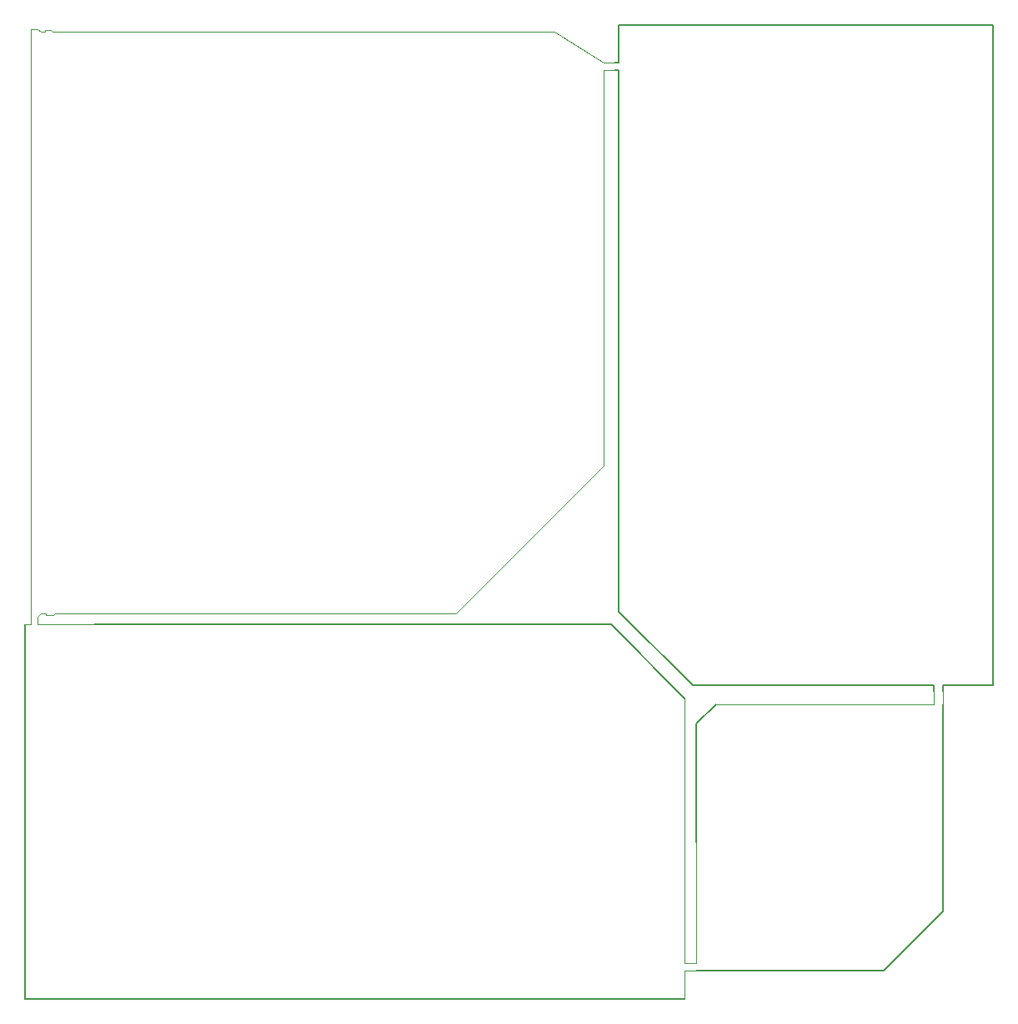
<source format=gbr>
G04 #@! TF.GenerationSoftware,KiCad,Pcbnew,(5.1.5-0-10_14)*
G04 #@! TF.CreationDate,2020-04-08T11:50:53-04:00*
G04 #@! TF.ProjectId,FEA,4645412e-6b69-4636-9164-5f7063625858,rev?*
G04 #@! TF.SameCoordinates,Original*
G04 #@! TF.FileFunction,Profile,NP*
%FSLAX46Y46*%
G04 Gerber Fmt 4.6, Leading zero omitted, Abs format (unit mm)*
G04 Created by KiCad (PCBNEW (5.1.5-0-10_14)) date 2020-04-08 11:50:53*
%MOMM*%
%LPD*%
G04 APERTURE LIST*
%ADD10C,0.150000*%
%ADD11C,0.100000*%
G04 APERTURE END LIST*
D10*
X192000000Y-97400000D02*
X197100000Y-97400000D01*
X192000000Y-98000000D02*
X192000000Y-97400000D01*
X191100000Y-97400000D02*
X191100000Y-98000000D01*
X166600000Y-97400000D02*
X191100000Y-97400000D01*
X159100000Y-35000000D02*
X159100000Y-89900000D01*
X159100000Y-30400000D02*
X159100000Y-34200000D01*
X158700000Y-35000000D02*
X159100000Y-35000000D01*
X158700000Y-34200000D02*
X159100000Y-34200000D01*
D11*
X158700000Y-35000000D02*
X157600000Y-35000000D01*
X157600000Y-34200000D02*
X158700000Y-34200000D01*
X167000000Y-125600000D02*
X167000000Y-113300000D01*
X165800000Y-125600000D02*
X167000000Y-125600000D01*
X165800000Y-98700000D02*
X165800000Y-125600000D01*
X165800000Y-126300000D02*
X165800000Y-129200000D01*
X167000000Y-126300000D02*
X165800000Y-126300000D01*
X191100000Y-99300000D02*
X169000000Y-99300000D01*
X191100000Y-98000000D02*
X191100000Y-99300000D01*
X192000000Y-99300000D02*
X192000000Y-98000000D01*
X157600000Y-35000000D02*
X157600000Y-75100000D01*
X100100000Y-91200000D02*
X105800000Y-91200000D01*
X100100000Y-90400000D02*
X100100000Y-91200000D01*
X98800000Y-91200000D02*
X99400000Y-91200000D01*
X99400000Y-90400000D02*
X99400000Y-91200000D01*
D10*
X158300000Y-91200000D02*
X105800000Y-91200000D01*
X165800000Y-98700000D02*
X158300000Y-91200000D01*
X98800000Y-98200000D02*
X98800000Y-91200000D01*
X98800000Y-110150000D02*
X98800000Y-110200000D01*
X98800000Y-98200000D02*
X98800000Y-110150000D01*
X98800000Y-129200000D02*
X165800000Y-129200000D01*
X98800000Y-110200000D02*
X98800000Y-129200000D01*
X192000000Y-120300000D02*
X192000000Y-99300000D01*
X186000000Y-126300000D02*
X192000000Y-120300000D01*
X186000000Y-126300000D02*
X167000000Y-126300000D01*
X169000000Y-99300000D02*
X167000000Y-101300000D01*
X167000000Y-113250000D02*
X167000000Y-113300000D01*
X167000000Y-101300000D02*
X167000000Y-113250000D01*
D11*
X152600000Y-31100000D02*
X157600000Y-34200000D01*
X99400000Y-31100000D02*
X99400000Y-90100000D01*
X142600000Y-90100000D02*
X107700000Y-90100000D01*
X142600000Y-90100000D02*
X157600000Y-75100000D01*
X152600000Y-31100000D02*
X148900000Y-31100000D01*
X148900000Y-31100000D02*
X101600000Y-31100000D01*
X101400000Y-30900000D02*
X101600000Y-31100000D01*
X100800000Y-30900000D02*
X101400000Y-30900000D01*
X100800000Y-31100000D02*
X100800000Y-30900000D01*
X100400000Y-31100000D02*
X100800000Y-31100000D01*
X100100000Y-30800000D02*
X100400000Y-31100000D01*
X99900000Y-30800000D02*
X100100000Y-30800000D01*
X99400000Y-30800000D02*
X99900000Y-30800000D01*
X99400000Y-31100000D02*
X99400000Y-30800000D01*
X101850000Y-90100000D02*
X107700000Y-90100000D01*
X101650000Y-90300000D02*
X101850000Y-90100000D01*
X100950000Y-90300000D02*
X101650000Y-90300000D01*
X100950000Y-90100000D02*
X100950000Y-90300000D01*
X100100000Y-90400000D02*
X100400000Y-90100000D01*
X100400000Y-90100000D02*
X100950000Y-90100000D01*
X99400000Y-90100000D02*
X99400000Y-90400000D01*
D10*
X159100000Y-30400000D02*
X166600000Y-30400000D01*
X166600000Y-97400000D02*
X159100000Y-89900000D01*
X166600000Y-30400000D02*
X197100000Y-30400000D01*
X197100000Y-97400000D02*
X197100000Y-30400000D01*
M02*

</source>
